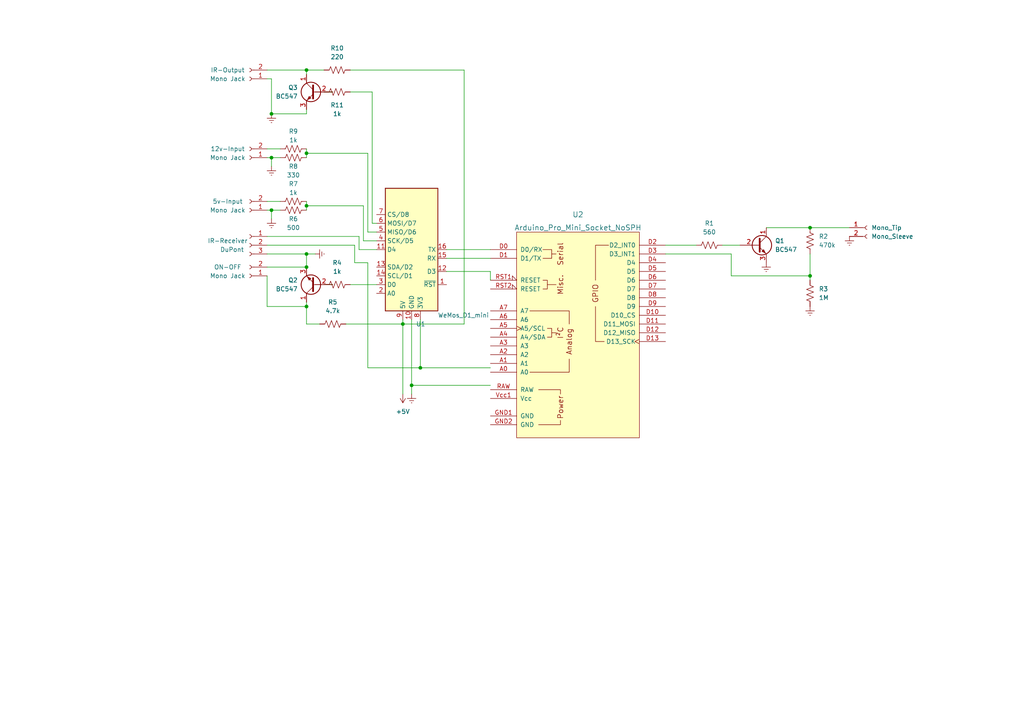
<source format=kicad_sch>
(kicad_sch (version 20211123) (generator eeschema)
  (paper "A4")
  (lib_symbols
    (symbol "Arduino:Arduino_Pro_Mini_Socket_NoSPH" (pin_names (offset 1.016))
      (property "Reference" "U2" (at 0 35.56 0))
      (property "Value" "Arduino_Pro_Mini_Socket_NoSPH" (at 0 31.75 0))
      (symbol "Arduino_Pro_Mini_Socket_NoSPH_0_0"
        (rectangle (start -17.78 30.48) (end 17.78 -29.21) (fill (type background)))
        (polyline (pts (xy -7.62 1.27) (xy -6.35 1.27)))
        (polyline (pts (xy -7.62 24.13) (xy -6.35 24.13)))
        (polyline (pts (xy -6.35 15.24) (xy -8.89 15.24)))
        (polyline (pts (xy -11.43 -25.4) (xy -5.08 -25.4) (xy -5.08 -24.13)))
        (polyline (pts (xy -5.08 -16.51) (xy -5.08 -15.24) (xy -11.43 -15.24)))
        (polyline (pts (xy -2.54 -6.35) (xy -2.54 -10.16) (xy -13.97 -10.16)))
        (polyline (pts (xy -2.54 3.81) (xy -2.54 7.62) (xy -13.97 7.62)))
        (polyline (pts (xy -10.16 25.4) (xy -7.62 25.4) (xy -7.62 22.86) (xy -10.16 22.86)))
        (polyline (pts (xy -8.89 2.54) (xy -7.62 2.54) (xy -7.62 0) (xy -8.89 0)))
        (text "Analog" (at -2.54 -1.27 900) (effects (font (size 1.524 1.524))))
        (text "I²C" (at -5.08 1.27 900) (effects (font (size 1.524 1.524))))
        (text "Misc." (at -5.08 15.24 900) (effects (font (size 1.524 1.524))))
        (text "Power" (at -5.08 -20.32 900) (effects (font (size 1.524 1.524))))
        (text "Serial" (at -5.08 24.13 900) (effects (font (size 1.524 1.524))))
      )
      (symbol "Arduino_Pro_Mini_Socket_NoSPH_0_1"
        (polyline (pts (xy 7.62 -1.27) (xy 5.08 -1.27) (xy 5.08 8.89)))
        (polyline (pts (xy 8.89 26.67) (xy 5.08 26.67) (xy 5.08 16.51)))
        (polyline (pts (xy -10.16 13.97) (xy -8.89 13.97) (xy -8.89 16.51) (xy -10.16 16.51)))
      )
      (symbol "Arduino_Pro_Mini_Socket_NoSPH_1_0"
        (text "GPIO" (at 5.08 12.7 900) (effects (font (size 1.524 1.524))))
      )
      (symbol "Arduino_Pro_Mini_Socket_NoSPH_1_1"
        (pin bidirectional line (at -25.4 -10.16 0) (length 7.62) (name "A0") (number "A0"))
        (pin bidirectional line (at -25.4 -7.62 0) (length 7.62) (name "A1") (number "A1"))
        (pin bidirectional line (at -25.4 -5.08 0) (length 7.62) (name "A2") (number "A2"))
        (pin bidirectional line (at -25.4 -2.54 0) (length 7.62) (name "A3") (number "A3"))
        (pin bidirectional line (at -25.4 0 0) (length 7.62) (name "A4/SDA") (number "A4"))
        (pin bidirectional clock (at -25.4 2.54 0) (length 7.62) (name "A5/SCL") (number "A5"))
        (pin input line (at -25.4 5.08 0) (length 7.62) (name "A6") (number "A6"))
        (pin input line (at -25.4 7.62 0) (length 7.62) (name "A7") (number "A7"))
        (pin bidirectional line (at -25.4 25.4 0) (length 7.62) (name "D0/RX") (number "D0"))
        (pin bidirectional line (at -25.4 22.86 0) (length 7.62) (name "D1/TX") (number "D1"))
        (pin bidirectional line (at 25.4 6.35 180) (length 7.62) (name "D10_CS") (number "D10"))
        (pin bidirectional line (at 25.4 3.81 180) (length 7.62) (name "D11_MOSI") (number "D11"))
        (pin bidirectional line (at 25.4 1.27 180) (length 7.62) (name "D12_MISO") (number "D12"))
        (pin bidirectional clock (at 25.4 -1.27 180) (length 7.62) (name "D13_SCK") (number "D13"))
        (pin bidirectional line (at 25.4 26.67 180) (length 7.62) (name "D2_INT0") (number "D2"))
        (pin bidirectional line (at 25.4 24.13 180) (length 7.62) (name "D3_INT1") (number "D3"))
        (pin bidirectional line (at 25.4 21.59 180) (length 7.62) (name "D4") (number "D4"))
        (pin bidirectional line (at 25.4 19.05 180) (length 7.62) (name "D5") (number "D5"))
        (pin bidirectional line (at 25.4 16.51 180) (length 7.62) (name "D6") (number "D6"))
        (pin bidirectional line (at 25.4 13.97 180) (length 7.62) (name "D7") (number "D7"))
        (pin bidirectional line (at 25.4 11.43 180) (length 7.62) (name "D8") (number "D8"))
        (pin bidirectional line (at 25.4 8.89 180) (length 7.62) (name "D9") (number "D9"))
        (pin power_in line (at -25.4 -22.86 0) (length 7.62) (name "GND") (number "GND1"))
        (pin power_in line (at -25.4 -25.4 0) (length 7.62) (name "GND") (number "GND2"))
        (pin power_in line (at -25.4 -15.24 0) (length 7.62) (name "RAW") (number "RAW"))
        (pin open_collector input_low (at -25.4 16.51 0) (length 7.62) (name "RESET") (number "RST1"))
        (pin open_collector input_low (at -25.4 13.97 0) (length 7.62) (name "RESET") (number "RST2"))
        (pin power_in line (at -25.4 -17.78 0) (length 7.62) (name "Vcc") (number "Vcc1"))
      )
    )
    (symbol "Connector:Conn_01x02_Female" (pin_names (offset 1.016) hide)
      (property "Reference" "J" (at 0 2.54 0))
      (property "Value" "Conn_01x02_Female" (at 0 -5.08 0))
      (symbol "Conn_01x02_Female_1_1"
        (arc (start 0 -2.032) (mid -0.508 -2.54) (end 0 -3.048) (stroke (width 0.1524)))
        (polyline (pts (xy -1.27 -2.54) (xy -0.508 -2.54)) (stroke (width 0.1524)))
        (polyline (pts (xy -1.27 0) (xy -0.508 0)) (stroke (width 0.1524)))
        (arc (start 0 0.508) (mid -0.508 0) (end 0 -0.508) (stroke (width 0.1524)))
        (pin passive line (at -5.08 0 0) (length 3.81) (name "Pin_1") (number "1"))
        (pin passive line (at -5.08 -2.54 0) (length 3.81) (name "Pin_2") (number "2"))
      )
    )
    (symbol "Connector:Conn_01x03_Female" (pin_names (offset 1.016) hide)
      (property "Reference" "J" (at 0 5.08 0))
      (property "Value" "Conn_01x03_Female" (at 0 -5.08 0))
      (symbol "Conn_01x03_Female_1_1"
        (arc (start 0 -2.032) (mid -0.508 -2.54) (end 0 -3.048) (stroke (width 0.1524)))
        (polyline (pts (xy -1.27 -2.54) (xy -0.508 -2.54)) (stroke (width 0.1524)))
        (polyline (pts (xy -1.27 0) (xy -0.508 0)) (stroke (width 0.1524)))
        (polyline (pts (xy -1.27 2.54) (xy -0.508 2.54)) (stroke (width 0.1524)))
        (arc (start 0 0.508) (mid -0.508 0) (end 0 -0.508) (stroke (width 0.1524)))
        (arc (start 0 3.048) (mid -0.508 2.54) (end 0 2.032) (stroke (width 0.1524)))
        (pin passive line (at -5.08 2.54 0) (length 3.81) (name "Pin_1") (number "1"))
        (pin passive line (at -5.08 0 0) (length 3.81) (name "Pin_2") (number "2"))
        (pin passive line (at -5.08 -2.54 0) (length 3.81) (name "Pin_3") (number "3"))
      )
    )
    (symbol "Device:R_US" (pin_numbers hide) (pin_names (offset 0))
      (property "Reference" "R" (at 2.54 0 90))
      (property "Value" "R_US" (at -2.54 0 90))
      (symbol "R_US_0_1"
        (polyline (pts (xy 0 -2.286) (xy 0 -2.54)))
        (polyline (pts (xy 0 2.286) (xy 0 2.54)))
        (polyline (pts (xy 0 -0.762) (xy 1.016 -1.143) (xy 0 -1.524) (xy -1.016 -1.905) (xy 0 -2.286)))
        (polyline (pts (xy 0 0.762) (xy 1.016 0.381) (xy 0 0) (xy -1.016 -0.381) (xy 0 -0.762)))
        (polyline (pts (xy 0 2.286) (xy 1.016 1.905) (xy 0 1.524) (xy -1.016 1.143) (xy 0 0.762)))
      )
      (symbol "R_US_1_1"
        (pin passive line (at 0 3.81 270) (length 1.27) (name "~") (number "1"))
        (pin passive line (at 0 -3.81 90) (length 1.27) (name "~") (number "2"))
      )
    )
    (symbol "MCU_Module:WeMos_D1_mini"
      (property "Reference" "U1" (at -1.27 21.59 0))
      (property "Value" "WeMos_D1_mini" (at -7.62 19.05 0))
      (symbol "WeMos_D1_mini_1_1"
        (rectangle (start -7.62 17.78) (end 7.62 -17.78) (stroke (width 0.254)) (fill (type background)))
        (pin input line (at -10.16 10.16 0) (length 2.54) (name "~{RST}") (number "1"))
        (pin power_in line (at 0 20.32 270) (length 2.54) (name "GND") (number "10"))
        (pin bidirectional line (at 10.16 0 180) (length 2.54) (name "D4") (number "11"))
        (pin bidirectional line (at -10.16 6.35 0) (length 2.54) (name "D3") (number "12"))
        (pin bidirectional line (at 10.16 5.08 180) (length 2.54) (name "SDA/D2") (number "13"))
        (pin bidirectional line (at 10.16 7.62 180) (length 2.54) (name "SCL/D1") (number "14"))
        (pin input line (at -10.16 2.54 0) (length 2.54) (name "RX") (number "15"))
        (pin output line (at -10.16 0 0) (length 2.54) (name "TX") (number "16"))
        (pin input line (at 10.16 12.7 180) (length 2.54) (name "A0") (number "2"))
        (pin bidirectional line (at 10.16 10.16 180) (length 2.54) (name "D0") (number "3"))
        (pin bidirectional line (at 10.16 -2.54 180) (length 2.54) (name "SCK/D5") (number "4"))
        (pin bidirectional line (at 10.16 -5.08 180) (length 2.54) (name "MISO/D6") (number "5"))
        (pin bidirectional line (at 10.16 -7.62 180) (length 2.54) (name "MOSI/D7") (number "6"))
        (pin bidirectional line (at 10.16 -10.16 180) (length 2.54) (name "CS/D8") (number "7"))
        (pin power_out line (at -2.54 20.32 270) (length 2.54) (name "3V3") (number "8"))
        (pin power_in line (at 2.54 20.32 270) (length 2.54) (name "5V") (number "9"))
      )
    )
    (symbol "Transistor_BJT:BC547" (pin_names (offset 0) hide)
      (property "Reference" "Q" (at 5.08 1.905 0))
      (property "Value" "BC547" (at 5.08 0 0))
      (symbol "BC547_0_1"
        (polyline (pts (xy 0 0) (xy 0.635 0)))
        (polyline (pts (xy 0.635 0.635) (xy 2.54 2.54)))
        (polyline (pts (xy 0.635 -0.635) (xy 2.54 -2.54) (xy 2.54 -2.54)))
        (polyline (pts (xy 0.635 1.905) (xy 0.635 -1.905) (xy 0.635 -1.905)) (stroke (width 0.508)))
        (polyline (pts (xy 1.27 -1.778) (xy 1.778 -1.27) (xy 2.286 -2.286) (xy 1.27 -1.778) (xy 1.27 -1.778)) (fill (type outline)))
        (circle (center 1.27 0) (radius 2.8194) (stroke (width 0.254)))
      )
      (symbol "BC547_1_1"
        (pin passive line (at 2.54 5.08 270) (length 2.54) (name "C") (number "1"))
        (pin input line (at -5.08 0 0) (length 5.08) (name "B") (number "2"))
        (pin passive line (at 2.54 -5.08 90) (length 2.54) (name "E") (number "3"))
      )
    )
    (symbol "power:+5V" (power) (pin_names (offset 0))
      (property "Value" "+5V" (at 0 3.556 0))
      (symbol "+5V_0_1"
        (polyline (pts (xy -0.762 1.27) (xy 0 2.54)))
        (polyline (pts (xy 0 0) (xy 0 2.54)))
        (polyline (pts (xy 0 2.54) (xy 0.762 1.27)))
      )
      (symbol "+5V_1_1"
        (pin power_in line (at 0 0 90) (length 0) hide (name "+5V") (number "1"))
      )
    )
    (symbol "power:Earth" (power) (pin_names (offset 0))
      (symbol "Earth_0_1"
        (polyline (pts (xy -0.635 -1.905) (xy 0.635 -1.905)))
        (polyline (pts (xy -0.127 -2.54) (xy 0.127 -2.54)))
        (polyline (pts (xy 0 -1.27) (xy 0 0)))
        (polyline (pts (xy 1.27 -1.27) (xy -1.27 -1.27)))
      )
      (symbol "Earth_1_1"
        (pin power_in line (at 0 0 270) (length 0) hide (name "Earth") (number "1"))
      )
    )
  )
  (junction (at 88.9 77.47))
  (junction (at 88.9 88.9))
  (junction (at 88.9 73.66))
  (junction (at 234.95 66.04))
  (junction (at 119.38 111.76))
  (junction (at 121.92 106.68))
  (junction (at 88.9 20.32))
  (junction (at 234.95 80.01))
  (junction (at 78.74 45.72))
  (junction (at 88.9 44.45))
  (junction (at 78.74 33.02))
  (junction (at 116.84 93.98))
  (junction (at 88.9 59.69))
  (junction (at 78.74 60.96))
  (wire (pts (xy 93.98 82.55) (xy 96.52 82.55)))
  (wire (pts (xy 109.22 67.31) (xy 106.68 67.31)))
  (wire (pts (xy 193.04 73.66) (xy 212.09 73.66)))
  (wire (pts (xy 212.09 73.66) (xy 212.09 80.01)))
  (wire (pts (xy 142.24 78.74) (xy 142.24 81.28)))
  (wire (pts (xy 93.98 26.67) (xy 96.52 26.67)))
  (wire (pts (xy 104.14 68.58) (xy 104.14 72.39)))
  (wire (pts (xy 77.47 77.47) (xy 88.9 77.47)))
  (wire (pts (xy 78.74 60.96) (xy 78.74 63.5)))
  (wire (pts (xy 106.68 106.68) (xy 121.92 106.68)))
  (wire (pts (xy 193.04 71.12) (xy 201.93 71.12)))
  (wire (pts (xy 100.33 93.98) (xy 116.84 93.98)))
  (wire (pts (xy 129.54 72.39) (xy 142.24 72.39)))
  (wire (pts (xy 106.68 67.31) (xy 106.68 44.45)))
  (wire (pts (xy 212.09 80.01) (xy 234.95 80.01)))
  (wire (pts (xy 129.54 78.74) (xy 142.24 78.74)))
  (wire (pts (xy 121.92 106.68) (xy 142.24 106.68)))
  (wire (pts (xy 78.74 45.72) (xy 81.28 45.72)))
  (wire (pts (xy 77.47 73.66) (xy 88.9 73.66)))
  (wire (pts (xy 119.38 92.71) (xy 119.38 111.76)))
  (wire (pts (xy 88.9 20.32) (xy 93.98 20.32)))
  (wire (pts (xy 77.47 22.86) (xy 78.74 22.86)))
  (wire (pts (xy 234.95 66.04) (xy 246.38 66.04)))
  (wire (pts (xy 134.62 93.98) (xy 116.84 93.98)))
  (wire (pts (xy 78.74 45.72) (xy 78.74 48.26)))
  (wire (pts (xy 88.9 59.69) (xy 88.9 60.96)))
  (wire (pts (xy 107.95 64.77) (xy 109.22 64.77)))
  (wire (pts (xy 92.71 93.98) (xy 88.9 93.98)))
  (wire (pts (xy 88.9 44.45) (xy 88.9 45.72)))
  (wire (pts (xy 121.92 92.71) (xy 121.92 106.68)))
  (wire (pts (xy 88.9 93.98) (xy 88.9 88.9)))
  (wire (pts (xy 134.62 20.32) (xy 134.62 93.98)))
  (wire (pts (xy 78.74 60.96) (xy 81.28 60.96)))
  (wire (pts (xy 101.6 82.55) (xy 109.22 82.55)))
  (wire (pts (xy 105.41 59.69) (xy 105.41 69.85)))
  (wire (pts (xy 77.47 58.42) (xy 81.28 58.42)))
  (wire (pts (xy 222.25 66.04) (xy 234.95 66.04)))
  (wire (pts (xy 88.9 58.42) (xy 88.9 59.69)))
  (wire (pts (xy 116.84 92.71) (xy 116.84 93.98)))
  (wire (pts (xy 106.68 106.68) (xy 106.68 76.2)))
  (wire (pts (xy 101.6 20.32) (xy 134.62 20.32)))
  (wire (pts (xy 88.9 87.63) (xy 88.9 88.9)))
  (wire (pts (xy 105.41 69.85) (xy 109.22 69.85)))
  (wire (pts (xy 88.9 31.75) (xy 88.9 33.02)))
  (wire (pts (xy 209.55 71.12) (xy 214.63 71.12)))
  (wire (pts (xy 102.87 71.12) (xy 77.47 71.12)))
  (wire (pts (xy 88.9 43.18) (xy 88.9 44.45)))
  (wire (pts (xy 104.14 72.39) (xy 109.22 72.39)))
  (wire (pts (xy 77.47 45.72) (xy 78.74 45.72)))
  (wire (pts (xy 106.68 76.2) (xy 102.87 76.2)))
  (wire (pts (xy 78.74 22.86) (xy 78.74 33.02)))
  (wire (pts (xy 129.54 74.93) (xy 142.24 74.93)))
  (wire (pts (xy 77.47 80.01) (xy 77.47 88.9)))
  (wire (pts (xy 234.95 80.01) (xy 234.95 81.28)))
  (wire (pts (xy 78.74 33.02) (xy 88.9 33.02)))
  (wire (pts (xy 77.47 43.18) (xy 81.28 43.18)))
  (wire (pts (xy 88.9 73.66) (xy 88.9 77.47)))
  (wire (pts (xy 119.38 111.76) (xy 119.38 114.3)))
  (wire (pts (xy 107.95 26.67) (xy 107.95 64.77)))
  (wire (pts (xy 101.6 26.67) (xy 107.95 26.67)))
  (wire (pts (xy 77.47 88.9) (xy 88.9 88.9)))
  (wire (pts (xy 88.9 20.32) (xy 88.9 21.59)))
  (wire (pts (xy 119.38 111.76) (xy 142.24 111.76)))
  (wire (pts (xy 102.87 76.2) (xy 102.87 71.12)))
  (wire (pts (xy 77.47 20.32) (xy 88.9 20.32)))
  (wire (pts (xy 88.9 73.66) (xy 91.44 73.66)))
  (wire (pts (xy 77.47 60.96) (xy 78.74 60.96)))
  (wire (pts (xy 116.84 93.98) (xy 116.84 114.3)))
  (wire (pts (xy 88.9 59.69) (xy 105.41 59.69)))
  (wire (pts (xy 106.68 44.45) (xy 88.9 44.45)))
  (wire (pts (xy 234.95 73.66) (xy 234.95 80.01)))
  (wire (pts (xy 77.47 68.58) (xy 104.14 68.58)))
  (symbol (lib_id "power:Earth") (at 222.25 76.2 0) (unit 1)
    (property "Reference" "#PWR?" (effects hide))
    (property "Value" "Earth" (effects hide))
  )
  (symbol (lib_id "Connector:Conn_01x02_Female") (at 72.39 60.96 180) (unit 1)
    (property "Reference" "5v-Input" (at 66.04 58.42 0))
    (property "Value" "Mono Jack" (at 66.04 60.96 0))
  )
  (symbol (lib_id "Device:R_US") (at 205.74 71.12 90) (unit 1)
    (property "Reference" "R1" (at 205.74 64.77 90))
    (property "Value" "560" (at 205.74 67.31 90))
  )
  (symbol (lib_id "Connector:Conn_01x03_Female") (at 72.39 71.12 0) (mirror y) (unit 1)
    (property "Reference" "IR-Receiver" (at 66.04 69.85 0))
    (property "Value" "DuPont" (at 67.31 72.39 0))
  )
  (symbol (lib_id "power:Earth") (at 119.38 114.3 0) (unit 1)
    (property "Reference" "#PWR?" (effects hide))
    (property "Value" "Earth" (effects hide))
  )
  (symbol (lib_id "Device:R_US") (at 97.79 26.67 90) (unit 1)
    (property "Reference" "R11" (at 97.79 30.48 90))
    (property "Value" "1k" (at 97.79 33.02 90))
  )
  (symbol (lib_id "Device:R_US") (at 234.95 69.85 0) (unit 1)
    (property "Reference" "R2" (at 237.49 68.5799 0) (effects (justify left)))
    (property "Value" "470k" (at 237.49 71.1199 0) (effects (justify left)))
  )
  (symbol (lib_id "Device:R_US") (at 234.95 85.09 0) (unit 1)
    (property "Reference" "R3" (at 237.49 83.8199 0) (effects (justify left)))
    (property "Value" "1M" (at 237.49 86.3599 0) (effects (justify left)))
  )
  (symbol (lib_id "Connector:Conn_01x02_Female") (at 251.46 66.04 0) (unit 1)
    (property "Reference" "Mono_Tip" (at 252.73 66.0399 0) (effects (justify left)))
    (property "Value" "Mono_Sleeve" (at 252.73 68.5799 0) (effects (justify left)))
  )
  (symbol (lib_id "Device:R_US") (at 85.09 60.96 90) (unit 1)
    (property "Reference" "R6" (at 85.09 63.5 90))
    (property "Value" "500" (at 85.09 66.04 90))
  )
  (symbol (lib_id "Device:R_US") (at 85.09 58.42 90) (unit 1)
    (property "Reference" "R7" (at 85.09 53.34 90))
    (property "Value" "1k" (at 85.09 55.88 90))
  )
  (symbol (lib_id "Device:R_US") (at 85.09 45.72 90) (unit 1)
    (property "Reference" "R8" (at 85.09 48.26 90))
    (property "Value" "330" (at 85.09 50.8 90))
  )
  (symbol (lib_id "Device:R_US") (at 97.79 20.32 90) (unit 1)
    (property "Reference" "R10" (at 97.79 13.97 90))
    (property "Value" "220" (at 97.79 16.51 90))
  )
  (symbol (lib_id "power:Earth") (at 246.38 68.58 0) (unit 1)
    (property "Reference" "#PWR?" (effects hide))
    (property "Value" "Earth" (effects hide))
  )
  (symbol (lib_id "Transistor_BJT:BC547") (at 91.44 82.55 180) (unit 1)
    (property "Reference" "Q2" (at 86.36 81.2799 0) (effects (justify left)))
    (property "Value" "BC547" (at 86.36 83.8199 0) (effects (justify left)))
    (property "Footprint" "Package_TO_SOT_THT:TO-92_Inline" (effects hide))
    (property "Datasheet" "https://www.onsemi.com/pub/Collateral/BC550-D.pdf" (effects hide))
  )
  (symbol (lib_id "power:Earth") (at 78.74 48.26 0) (unit 1)
    (property "Reference" "#PWR?" (effects hide))
    (property "Value" "Earth" (effects hide))
  )
  (symbol (lib_id "Connector:Conn_01x02_Female") (at 72.39 80.01 180) (unit 1)
    (property "Reference" "ON-OFF" (at 66.04 77.47 0))
    (property "Value" "Mono Jack" (at 66.04 80.01 0))
  )
  (symbol (lib_id "Arduino:Arduino_Pro_Mini_Socket_NoSPH") (at 167.64 97.79 0) (unit 1)
    (property "Reference" "U2" (at 167.64 62.23 0) (effects (font (size 1.524 1.524))))
    (property "Value" "Arduino_Pro_Mini_Socket_NoSPH" (at 167.64 66.04 0) (effects (font (size 1.524 1.524))))
    (property "Footprint" "PCM_arduino-library:Arduino_Pro_Mini_Socket_NoSPH" (effects hide))
    (property "Datasheet" "https://docs.arduino.cc/retired/boards/arduino-pro-mini" (effects hide))
  )
  (symbol (lib_id "Connector:Conn_01x02_Female") (at 72.39 22.86 180) (unit 1)
    (property "Reference" "IR-Output" (at 66.04 20.32 0))
    (property "Value" "Mono Jack" (at 66.04 22.86 0))
  )
  (symbol (lib_id "Device:R_US") (at 96.52 93.98 90) (unit 1)
    (property "Reference" "R5" (at 96.52 87.63 90))
    (property "Value" "4.7k" (at 96.52 90.17 90))
  )
  (symbol (lib_id "power:Earth") (at 234.95 88.9 0) (unit 1)
    (property "Reference" "#PWR?" (effects hide))
    (property "Value" "Earth" (effects hide))
  )
  (symbol (lib_id "Device:R_US") (at 85.09 43.18 90) (unit 1)
    (property "Reference" "R9" (at 85.09 38.1 90))
    (property "Value" "1k" (at 85.09 40.64 90))
  )
  (symbol (lib_id "power:Earth") (at 78.74 63.5 0) (unit 1)
    (property "Reference" "#PWR?" (effects hide))
    (property "Value" "Earth" (effects hide))
  )
  (symbol (lib_id "power:Earth") (at 91.44 73.66 90) (unit 1)
    (property "Reference" "#PWR?" (effects hide))
    (property "Value" "Earth" (effects hide))
  )
  (symbol (lib_id "Transistor_BJT:BC547") (at 219.71 71.12 0) (unit 1)
    (property "Reference" "Q1" (at 224.79 69.8499 0) (effects (justify left)))
    (property "Value" "BC547" (at 224.79 72.3899 0) (effects (justify left)))
    (property "Footprint" "Package_TO_SOT_THT:TO-92_Inline" (effects hide))
    (property "Datasheet" "https://www.onsemi.com/pub/Collateral/BC550-D.pdf" (effects hide))
  )
  (symbol (lib_id "power:Earth") (at 78.74 33.02 0) (mirror y) (unit 1)
    (property "Reference" "#PWR?" (effects hide))
    (property "Value" "Earth" (effects hide))
  )
  (symbol (lib_id "Connector:Conn_01x02_Female") (at 72.39 45.72 180) (unit 1)
    (property "Reference" "12v-Input" (at 66.04 43.18 0))
    (property "Value" "Mono Jack" (at 66.04 45.72 0))
  )
  (symbol (lib_id "Transistor_BJT:BC547") (at 91.44 26.67 0) (mirror y) (unit 1)
    (property "Reference" "Q3" (at 86.36 25.3999 0) (effects (justify left)))
    (property "Value" "BC547" (at 86.36 27.9399 0) (effects (justify left)))
    (property "Footprint" "Package_TO_SOT_THT:TO-92_Inline" (effects hide))
    (property "Datasheet" "https://www.onsemi.com/pub/Collateral/BC550-D.pdf" (effects hide))
  )
  (symbol (lib_id "MCU_Module:WeMos_D1_mini") (at 119.38 72.39 180) (unit 1)
    (property "Reference" "U1" (at 120.65 93.98 0) (effects (justify right)))
    (property "Value" "WeMos_D1_mini" (at 127 91.44 0) (effects (justify right)))
    (property "Footprint" "Module:WEMOS_D1_mini_light" (effects hide))
    (property "Datasheet" "https://wiki.wemos.cc/products:d1:d1_mini#documentation" (effects hide))
  )
  (symbol (lib_id "power:+5V") (at 116.84 114.3 0) (mirror x) (unit 1)
    (property "Reference" "#PWR?" (effects hide))
    (property "Value" "+5V" (at 116.84 119.38 0))
  )
  (symbol (lib_id "Device:R_US") (at 97.79 82.55 90) (unit 1)
    (property "Reference" "R4" (at 97.79 76.2 90))
    (property "Value" "1k" (at 97.79 78.74 90))
  )
)
</source>
